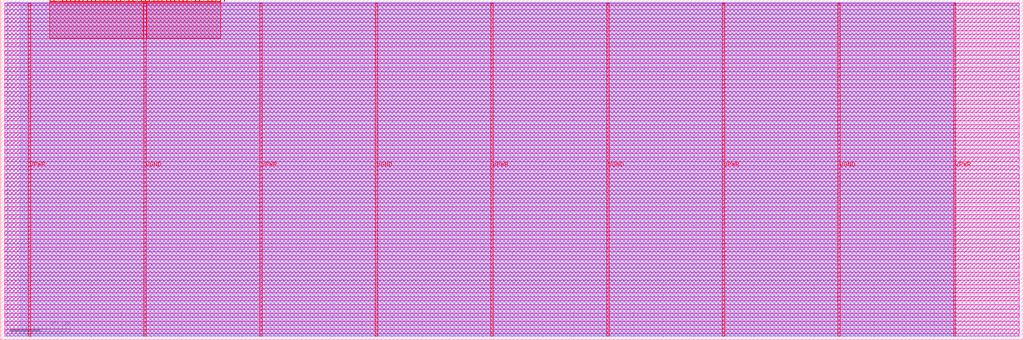
<source format=lef>
VERSION 5.7 ;
  NOWIREEXTENSIONATPIN ON ;
  DIVIDERCHAR "/" ;
  BUSBITCHARS "[]" ;
MACRO tt_um_hh
  CLASS BLOCK ;
  FOREIGN tt_um_hh ;
  ORIGIN 0.000 0.000 ;
  SIZE 678.960 BY 225.760 ;
  PIN VGND
    DIRECTION INOUT ;
    USE GROUND ;
    PORT
      LAYER met4 ;
        RECT 95.080 2.480 96.680 223.280 ;
    END
    PORT
      LAYER met4 ;
        RECT 248.680 2.480 250.280 223.280 ;
    END
    PORT
      LAYER met4 ;
        RECT 402.280 2.480 403.880 223.280 ;
    END
    PORT
      LAYER met4 ;
        RECT 555.880 2.480 557.480 223.280 ;
    END
  END VGND
  PIN VPWR
    DIRECTION INOUT ;
    USE POWER ;
    PORT
      LAYER met4 ;
        RECT 18.280 2.480 19.880 223.280 ;
    END
    PORT
      LAYER met4 ;
        RECT 171.880 2.480 173.480 223.280 ;
    END
    PORT
      LAYER met4 ;
        RECT 325.480 2.480 327.080 223.280 ;
    END
    PORT
      LAYER met4 ;
        RECT 479.080 2.480 480.680 223.280 ;
    END
    PORT
      LAYER met4 ;
        RECT 632.680 2.480 634.280 223.280 ;
    END
  END VPWR
  PIN clk
    DIRECTION INPUT ;
    USE SIGNAL ;
    ANTENNAGATEAREA 0.852000 ;
    PORT
      LAYER met4 ;
        RECT 145.670 224.760 145.970 225.760 ;
    END
  END clk
  PIN ena
    DIRECTION INPUT ;
    USE SIGNAL ;
    PORT
      LAYER met4 ;
        RECT 148.430 224.760 148.730 225.760 ;
    END
  END ena
  PIN rst_n
    DIRECTION INPUT ;
    USE SIGNAL ;
    ANTENNAGATEAREA 0.196500 ;
    PORT
      LAYER met4 ;
        RECT 142.910 224.760 143.210 225.760 ;
    END
  END rst_n
  PIN ui_in[0]
    DIRECTION INPUT ;
    USE SIGNAL ;
    PORT
      LAYER met4 ;
        RECT 140.150 224.760 140.450 225.760 ;
    END
  END ui_in[0]
  PIN ui_in[1]
    DIRECTION INPUT ;
    USE SIGNAL ;
    ANTENNAGATEAREA 0.196500 ;
    PORT
      LAYER met4 ;
        RECT 137.390 224.760 137.690 225.760 ;
    END
  END ui_in[1]
  PIN ui_in[2]
    DIRECTION INPUT ;
    USE SIGNAL ;
    ANTENNAGATEAREA 0.196500 ;
    PORT
      LAYER met4 ;
        RECT 134.630 224.760 134.930 225.760 ;
    END
  END ui_in[2]
  PIN ui_in[3]
    DIRECTION INPUT ;
    USE SIGNAL ;
    ANTENNAGATEAREA 0.196500 ;
    PORT
      LAYER met4 ;
        RECT 131.870 224.760 132.170 225.760 ;
    END
  END ui_in[3]
  PIN ui_in[4]
    DIRECTION INPUT ;
    USE SIGNAL ;
    ANTENNAGATEAREA 0.196500 ;
    PORT
      LAYER met4 ;
        RECT 129.110 224.760 129.410 225.760 ;
    END
  END ui_in[4]
  PIN ui_in[5]
    DIRECTION INPUT ;
    USE SIGNAL ;
    ANTENNAGATEAREA 0.196500 ;
    PORT
      LAYER met4 ;
        RECT 126.350 224.760 126.650 225.760 ;
    END
  END ui_in[5]
  PIN ui_in[6]
    DIRECTION INPUT ;
    USE SIGNAL ;
    ANTENNAGATEAREA 0.196500 ;
    PORT
      LAYER met4 ;
        RECT 123.590 224.760 123.890 225.760 ;
    END
  END ui_in[6]
  PIN ui_in[7]
    DIRECTION INPUT ;
    USE SIGNAL ;
    ANTENNAGATEAREA 0.196500 ;
    PORT
      LAYER met4 ;
        RECT 120.830 224.760 121.130 225.760 ;
    END
  END ui_in[7]
  PIN uio_in[0]
    DIRECTION INPUT ;
    USE SIGNAL ;
    PORT
      LAYER met4 ;
        RECT 118.070 224.760 118.370 225.760 ;
    END
  END uio_in[0]
  PIN uio_in[1]
    DIRECTION INPUT ;
    USE SIGNAL ;
    PORT
      LAYER met4 ;
        RECT 115.310 224.760 115.610 225.760 ;
    END
  END uio_in[1]
  PIN uio_in[2]
    DIRECTION INPUT ;
    USE SIGNAL ;
    PORT
      LAYER met4 ;
        RECT 112.550 224.760 112.850 225.760 ;
    END
  END uio_in[2]
  PIN uio_in[3]
    DIRECTION INPUT ;
    USE SIGNAL ;
    PORT
      LAYER met4 ;
        RECT 109.790 224.760 110.090 225.760 ;
    END
  END uio_in[3]
  PIN uio_in[4]
    DIRECTION INPUT ;
    USE SIGNAL ;
    PORT
      LAYER met4 ;
        RECT 107.030 224.760 107.330 225.760 ;
    END
  END uio_in[4]
  PIN uio_in[5]
    DIRECTION INPUT ;
    USE SIGNAL ;
    PORT
      LAYER met4 ;
        RECT 104.270 224.760 104.570 225.760 ;
    END
  END uio_in[5]
  PIN uio_in[6]
    DIRECTION INPUT ;
    USE SIGNAL ;
    PORT
      LAYER met4 ;
        RECT 101.510 224.760 101.810 225.760 ;
    END
  END uio_in[6]
  PIN uio_in[7]
    DIRECTION INPUT ;
    USE SIGNAL ;
    PORT
      LAYER met4 ;
        RECT 98.750 224.760 99.050 225.760 ;
    END
  END uio_in[7]
  PIN uio_oe[0]
    DIRECTION OUTPUT TRISTATE ;
    USE SIGNAL ;
    PORT
      LAYER met4 ;
        RECT 51.830 224.760 52.130 225.760 ;
    END
  END uio_oe[0]
  PIN uio_oe[1]
    DIRECTION OUTPUT TRISTATE ;
    USE SIGNAL ;
    PORT
      LAYER met4 ;
        RECT 49.070 224.760 49.370 225.760 ;
    END
  END uio_oe[1]
  PIN uio_oe[2]
    DIRECTION OUTPUT TRISTATE ;
    USE SIGNAL ;
    PORT
      LAYER met4 ;
        RECT 46.310 224.760 46.610 225.760 ;
    END
  END uio_oe[2]
  PIN uio_oe[3]
    DIRECTION OUTPUT TRISTATE ;
    USE SIGNAL ;
    PORT
      LAYER met4 ;
        RECT 43.550 224.760 43.850 225.760 ;
    END
  END uio_oe[3]
  PIN uio_oe[4]
    DIRECTION OUTPUT TRISTATE ;
    USE SIGNAL ;
    PORT
      LAYER met4 ;
        RECT 40.790 224.760 41.090 225.760 ;
    END
  END uio_oe[4]
  PIN uio_oe[5]
    DIRECTION OUTPUT TRISTATE ;
    USE SIGNAL ;
    PORT
      LAYER met4 ;
        RECT 38.030 224.760 38.330 225.760 ;
    END
  END uio_oe[5]
  PIN uio_oe[6]
    DIRECTION OUTPUT TRISTATE ;
    USE SIGNAL ;
    PORT
      LAYER met4 ;
        RECT 35.270 224.760 35.570 225.760 ;
    END
  END uio_oe[6]
  PIN uio_oe[7]
    DIRECTION OUTPUT TRISTATE ;
    USE SIGNAL ;
    PORT
      LAYER met4 ;
        RECT 32.510 224.760 32.810 225.760 ;
    END
  END uio_oe[7]
  PIN uio_out[0]
    DIRECTION OUTPUT TRISTATE ;
    USE SIGNAL ;
    ANTENNADIFFAREA 0.795200 ;
    PORT
      LAYER met4 ;
        RECT 73.910 224.760 74.210 225.760 ;
    END
  END uio_out[0]
  PIN uio_out[1]
    DIRECTION OUTPUT TRISTATE ;
    USE SIGNAL ;
    ANTENNAGATEAREA 0.126000 ;
    ANTENNADIFFAREA 1.242000 ;
    PORT
      LAYER met4 ;
        RECT 71.150 224.760 71.450 225.760 ;
    END
  END uio_out[1]
  PIN uio_out[2]
    DIRECTION OUTPUT TRISTATE ;
    USE SIGNAL ;
    ANTENNAGATEAREA 0.126000 ;
    ANTENNADIFFAREA 0.795200 ;
    PORT
      LAYER met4 ;
        RECT 68.390 224.760 68.690 225.760 ;
    END
  END uio_out[2]
  PIN uio_out[3]
    DIRECTION OUTPUT TRISTATE ;
    USE SIGNAL ;
    ANTENNADIFFAREA 0.795200 ;
    PORT
      LAYER met4 ;
        RECT 65.630 224.760 65.930 225.760 ;
    END
  END uio_out[3]
  PIN uio_out[4]
    DIRECTION OUTPUT TRISTATE ;
    USE SIGNAL ;
    ANTENNAGATEAREA 0.126000 ;
    ANTENNADIFFAREA 1.721000 ;
    PORT
      LAYER met4 ;
        RECT 62.870 224.760 63.170 225.760 ;
    END
  END uio_out[4]
  PIN uio_out[5]
    DIRECTION OUTPUT TRISTATE ;
    USE SIGNAL ;
    ANTENNAGATEAREA 0.126000 ;
    ANTENNADIFFAREA 1.721000 ;
    PORT
      LAYER met4 ;
        RECT 60.110 224.760 60.410 225.760 ;
    END
  END uio_out[5]
  PIN uio_out[6]
    DIRECTION OUTPUT TRISTATE ;
    USE SIGNAL ;
    ANTENNADIFFAREA 0.795200 ;
    PORT
      LAYER met4 ;
        RECT 57.350 224.760 57.650 225.760 ;
    END
  END uio_out[6]
  PIN uio_out[7]
    DIRECTION OUTPUT TRISTATE ;
    USE SIGNAL ;
    ANTENNAGATEAREA 0.126000 ;
    ANTENNADIFFAREA 1.242000 ;
    PORT
      LAYER met4 ;
        RECT 54.590 224.760 54.890 225.760 ;
    END
  END uio_out[7]
  PIN uo_out[0]
    DIRECTION OUTPUT TRISTATE ;
    USE SIGNAL ;
    ANTENNAGATEAREA 0.126000 ;
    ANTENNADIFFAREA 1.721000 ;
    PORT
      LAYER met4 ;
        RECT 95.990 224.760 96.290 225.760 ;
    END
  END uo_out[0]
  PIN uo_out[1]
    DIRECTION OUTPUT TRISTATE ;
    USE SIGNAL ;
    ANTENNAGATEAREA 0.126000 ;
    ANTENNADIFFAREA 1.721000 ;
    PORT
      LAYER met4 ;
        RECT 93.230 224.760 93.530 225.760 ;
    END
  END uo_out[1]
  PIN uo_out[2]
    DIRECTION OUTPUT TRISTATE ;
    USE SIGNAL ;
    ANTENNAGATEAREA 0.126000 ;
    ANTENNADIFFAREA 1.524450 ;
    PORT
      LAYER met4 ;
        RECT 90.470 224.760 90.770 225.760 ;
    END
  END uo_out[2]
  PIN uo_out[3]
    DIRECTION OUTPUT TRISTATE ;
    USE SIGNAL ;
    ANTENNAGATEAREA 0.126000 ;
    ANTENNADIFFAREA 1.524450 ;
    PORT
      LAYER met4 ;
        RECT 87.710 224.760 88.010 225.760 ;
    END
  END uo_out[3]
  PIN uo_out[4]
    DIRECTION OUTPUT TRISTATE ;
    USE SIGNAL ;
    ANTENNAGATEAREA 0.126000 ;
    ANTENNADIFFAREA 1.721000 ;
    PORT
      LAYER met4 ;
        RECT 84.950 224.760 85.250 225.760 ;
    END
  END uo_out[4]
  PIN uo_out[5]
    DIRECTION OUTPUT TRISTATE ;
    USE SIGNAL ;
    ANTENNAGATEAREA 0.126000 ;
    ANTENNADIFFAREA 1.721000 ;
    PORT
      LAYER met4 ;
        RECT 82.190 224.760 82.490 225.760 ;
    END
  END uo_out[5]
  PIN uo_out[6]
    DIRECTION OUTPUT TRISTATE ;
    USE SIGNAL ;
    ANTENNAGATEAREA 0.126000 ;
    ANTENNADIFFAREA 1.524450 ;
    PORT
      LAYER met4 ;
        RECT 79.430 224.760 79.730 225.760 ;
    END
  END uo_out[6]
  PIN uo_out[7]
    DIRECTION OUTPUT TRISTATE ;
    USE SIGNAL ;
    ANTENNADIFFAREA 1.242000 ;
    PORT
      LAYER met4 ;
        RECT 76.670 224.760 76.970 225.760 ;
    END
  END uo_out[7]
  OBS
      LAYER nwell ;
        RECT 2.570 221.625 676.390 223.230 ;
        RECT 2.570 216.185 676.390 219.015 ;
        RECT 2.570 210.745 676.390 213.575 ;
        RECT 2.570 205.305 676.390 208.135 ;
        RECT 2.570 199.865 676.390 202.695 ;
        RECT 2.570 194.425 676.390 197.255 ;
        RECT 2.570 188.985 676.390 191.815 ;
        RECT 2.570 183.545 676.390 186.375 ;
        RECT 2.570 178.105 676.390 180.935 ;
        RECT 2.570 172.665 676.390 175.495 ;
        RECT 2.570 167.225 676.390 170.055 ;
        RECT 2.570 161.785 676.390 164.615 ;
        RECT 2.570 156.345 676.390 159.175 ;
        RECT 2.570 150.905 676.390 153.735 ;
        RECT 2.570 145.465 676.390 148.295 ;
        RECT 2.570 140.025 676.390 142.855 ;
        RECT 2.570 134.585 676.390 137.415 ;
        RECT 2.570 129.145 676.390 131.975 ;
        RECT 2.570 123.705 676.390 126.535 ;
        RECT 2.570 118.265 676.390 121.095 ;
        RECT 2.570 112.825 676.390 115.655 ;
        RECT 2.570 107.385 676.390 110.215 ;
        RECT 2.570 101.945 676.390 104.775 ;
        RECT 2.570 96.505 676.390 99.335 ;
        RECT 2.570 91.065 676.390 93.895 ;
        RECT 2.570 85.625 676.390 88.455 ;
        RECT 2.570 80.185 676.390 83.015 ;
        RECT 2.570 74.745 676.390 77.575 ;
        RECT 2.570 69.305 676.390 72.135 ;
        RECT 2.570 63.865 676.390 66.695 ;
        RECT 2.570 58.425 676.390 61.255 ;
        RECT 2.570 52.985 676.390 55.815 ;
        RECT 2.570 47.545 676.390 50.375 ;
        RECT 2.570 42.105 676.390 44.935 ;
        RECT 2.570 36.665 676.390 39.495 ;
        RECT 2.570 31.225 676.390 34.055 ;
        RECT 2.570 25.785 676.390 28.615 ;
        RECT 2.570 20.345 676.390 23.175 ;
        RECT 2.570 14.905 676.390 17.735 ;
        RECT 2.570 9.465 676.390 12.295 ;
        RECT 2.570 4.025 676.390 6.855 ;
      LAYER li1 ;
        RECT 2.760 2.635 676.200 223.125 ;
      LAYER met1 ;
        RECT 2.760 2.480 676.200 223.680 ;
      LAYER met2 ;
        RECT 4.240 2.535 634.250 224.245 ;
      LAYER met3 ;
        RECT 12.945 2.555 634.270 224.225 ;
      LAYER met4 ;
        RECT 33.210 224.360 34.870 224.760 ;
        RECT 35.970 224.360 37.630 224.760 ;
        RECT 38.730 224.360 40.390 224.760 ;
        RECT 41.490 224.360 43.150 224.760 ;
        RECT 44.250 224.360 45.910 224.760 ;
        RECT 47.010 224.360 48.670 224.760 ;
        RECT 49.770 224.360 51.430 224.760 ;
        RECT 52.530 224.360 54.190 224.760 ;
        RECT 55.290 224.360 56.950 224.760 ;
        RECT 58.050 224.360 59.710 224.760 ;
        RECT 60.810 224.360 62.470 224.760 ;
        RECT 63.570 224.360 65.230 224.760 ;
        RECT 66.330 224.360 67.990 224.760 ;
        RECT 69.090 224.360 70.750 224.760 ;
        RECT 71.850 224.360 73.510 224.760 ;
        RECT 74.610 224.360 76.270 224.760 ;
        RECT 77.370 224.360 79.030 224.760 ;
        RECT 80.130 224.360 81.790 224.760 ;
        RECT 82.890 224.360 84.550 224.760 ;
        RECT 85.650 224.360 87.310 224.760 ;
        RECT 88.410 224.360 90.070 224.760 ;
        RECT 91.170 224.360 92.830 224.760 ;
        RECT 93.930 224.360 95.590 224.760 ;
        RECT 96.690 224.360 98.350 224.760 ;
        RECT 99.450 224.360 101.110 224.760 ;
        RECT 102.210 224.360 103.870 224.760 ;
        RECT 104.970 224.360 106.630 224.760 ;
        RECT 107.730 224.360 109.390 224.760 ;
        RECT 110.490 224.360 112.150 224.760 ;
        RECT 113.250 224.360 114.910 224.760 ;
        RECT 116.010 224.360 117.670 224.760 ;
        RECT 118.770 224.360 120.430 224.760 ;
        RECT 121.530 224.360 123.190 224.760 ;
        RECT 124.290 224.360 125.950 224.760 ;
        RECT 127.050 224.360 128.710 224.760 ;
        RECT 129.810 224.360 131.470 224.760 ;
        RECT 132.570 224.360 134.230 224.760 ;
        RECT 135.330 224.360 136.990 224.760 ;
        RECT 138.090 224.360 139.750 224.760 ;
        RECT 140.850 224.360 142.510 224.760 ;
        RECT 143.610 224.360 145.270 224.760 ;
        RECT 32.495 223.680 145.985 224.360 ;
        RECT 32.495 200.095 94.680 223.680 ;
        RECT 97.080 200.095 145.985 223.680 ;
  END
END tt_um_hh
END LIBRARY


</source>
